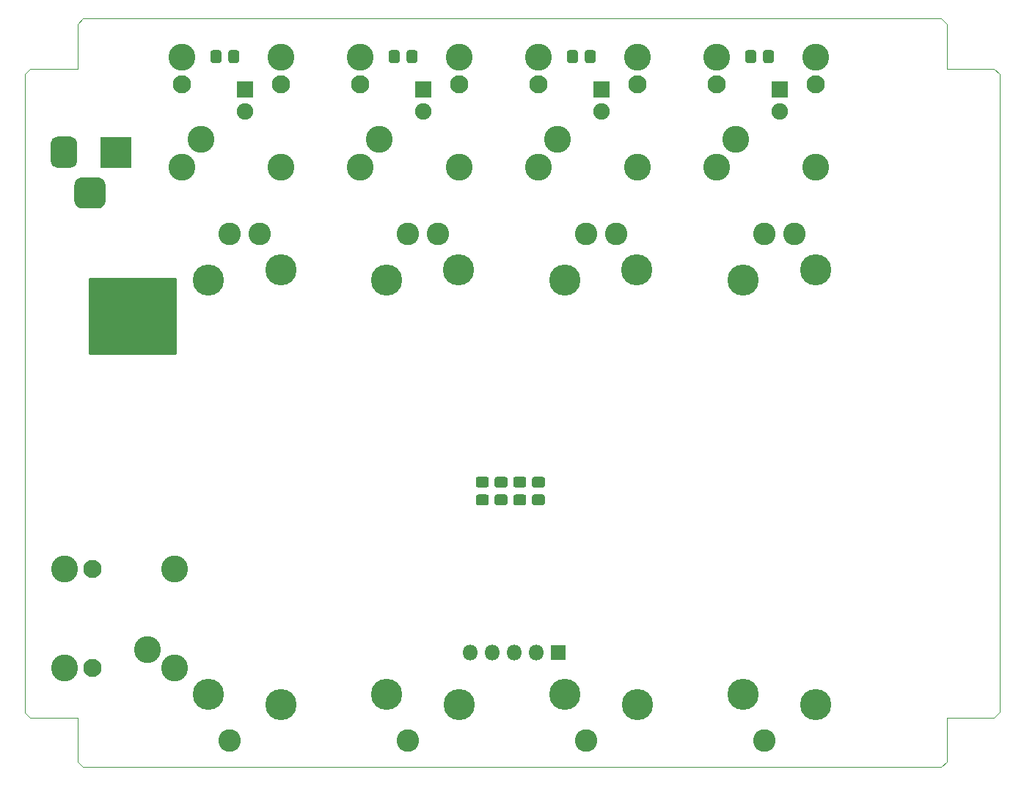
<source format=gbr>
%TF.GenerationSoftware,KiCad,Pcbnew,(5.1.6-0-10_14)*%
%TF.CreationDate,2020-09-25T11:35:30+01:00*%
%TF.ProjectId,DigitalMixerPedal,44696769-7461-46c4-9d69-786572506564,rev?*%
%TF.SameCoordinates,Original*%
%TF.FileFunction,Soldermask,Bot*%
%TF.FilePolarity,Negative*%
%FSLAX46Y46*%
G04 Gerber Fmt 4.6, Leading zero omitted, Abs format (unit mm)*
G04 Created by KiCad (PCBNEW (5.1.6-0-10_14)) date 2020-09-25 11:35:30*
%MOMM*%
%LPD*%
G01*
G04 APERTURE LIST*
%TA.AperFunction,Profile*%
%ADD10C,0.050000*%
%TD*%
%ADD11O,1.800000X1.800000*%
%ADD12R,1.800000X1.800000*%
%ADD13C,1.900000*%
%ADD14R,1.900000X1.900000*%
%ADD15C,2.600000*%
%ADD16C,3.600000*%
%ADD17C,3.100000*%
%ADD18C,2.100000*%
%ADD19R,3.600000X3.600000*%
%ADD20C,0.254000*%
G04 APERTURE END LIST*
D10*
X148590000Y-140335000D02*
X147955000Y-140970000D01*
X148590000Y-135255000D02*
X148590000Y-140335000D01*
X154051000Y-135255000D02*
X148590000Y-135255000D01*
X154686000Y-134620000D02*
X154051000Y-135255000D01*
X154686000Y-60960000D02*
X154686000Y-134620000D01*
X154051000Y-60325000D02*
X154686000Y-60960000D01*
X148590000Y-60325000D02*
X154051000Y-60325000D01*
X148590000Y-55181500D02*
X148590000Y-60325000D01*
X147955000Y-54546500D02*
X148590000Y-55181500D01*
X48895000Y-54546500D02*
X147955000Y-54546500D01*
X48260000Y-55181500D02*
X48895000Y-54546500D01*
X48260000Y-60325000D02*
X48260000Y-55181500D01*
X42799000Y-60325000D02*
X48260000Y-60325000D01*
X42164000Y-60960000D02*
X42799000Y-60325000D01*
X42164000Y-134683500D02*
X42164000Y-60960000D01*
X42799000Y-135318500D02*
X42164000Y-134683500D01*
X48260000Y-135318500D02*
X42799000Y-135318500D01*
X48260000Y-140335000D02*
X48260000Y-135318500D01*
X48895000Y-140970000D02*
X48260000Y-140335000D01*
X147955000Y-140970000D02*
X48895000Y-140970000D01*
%TO.C,R12*%
G36*
G01*
X127400000Y-59406262D02*
X127400000Y-58449738D01*
G75*
G02*
X127671738Y-58178000I271738J0D01*
G01*
X128378262Y-58178000D01*
G75*
G02*
X128650000Y-58449738I0J-271738D01*
G01*
X128650000Y-59406262D01*
G75*
G02*
X128378262Y-59678000I-271738J0D01*
G01*
X127671738Y-59678000D01*
G75*
G02*
X127400000Y-59406262I0J271738D01*
G01*
G37*
G36*
G01*
X125350000Y-59406262D02*
X125350000Y-58449738D01*
G75*
G02*
X125621738Y-58178000I271738J0D01*
G01*
X126328262Y-58178000D01*
G75*
G02*
X126600000Y-58449738I0J-271738D01*
G01*
X126600000Y-59406262D01*
G75*
G02*
X126328262Y-59678000I-271738J0D01*
G01*
X125621738Y-59678000D01*
G75*
G02*
X125350000Y-59406262I0J271738D01*
G01*
G37*
%TD*%
%TO.C,R9*%
G36*
G01*
X106826000Y-59406262D02*
X106826000Y-58449738D01*
G75*
G02*
X107097738Y-58178000I271738J0D01*
G01*
X107804262Y-58178000D01*
G75*
G02*
X108076000Y-58449738I0J-271738D01*
G01*
X108076000Y-59406262D01*
G75*
G02*
X107804262Y-59678000I-271738J0D01*
G01*
X107097738Y-59678000D01*
G75*
G02*
X106826000Y-59406262I0J271738D01*
G01*
G37*
G36*
G01*
X104776000Y-59406262D02*
X104776000Y-58449738D01*
G75*
G02*
X105047738Y-58178000I271738J0D01*
G01*
X105754262Y-58178000D01*
G75*
G02*
X106026000Y-58449738I0J-271738D01*
G01*
X106026000Y-59406262D01*
G75*
G02*
X105754262Y-59678000I-271738J0D01*
G01*
X105047738Y-59678000D01*
G75*
G02*
X104776000Y-59406262I0J271738D01*
G01*
G37*
%TD*%
%TO.C,R8*%
G36*
G01*
X86252000Y-59406262D02*
X86252000Y-58449738D01*
G75*
G02*
X86523738Y-58178000I271738J0D01*
G01*
X87230262Y-58178000D01*
G75*
G02*
X87502000Y-58449738I0J-271738D01*
G01*
X87502000Y-59406262D01*
G75*
G02*
X87230262Y-59678000I-271738J0D01*
G01*
X86523738Y-59678000D01*
G75*
G02*
X86252000Y-59406262I0J271738D01*
G01*
G37*
G36*
G01*
X84202000Y-59406262D02*
X84202000Y-58449738D01*
G75*
G02*
X84473738Y-58178000I271738J0D01*
G01*
X85180262Y-58178000D01*
G75*
G02*
X85452000Y-58449738I0J-271738D01*
G01*
X85452000Y-59406262D01*
G75*
G02*
X85180262Y-59678000I-271738J0D01*
G01*
X84473738Y-59678000D01*
G75*
G02*
X84202000Y-59406262I0J271738D01*
G01*
G37*
%TD*%
%TO.C,R7*%
G36*
G01*
X65678000Y-59406262D02*
X65678000Y-58449738D01*
G75*
G02*
X65949738Y-58178000I271738J0D01*
G01*
X66656262Y-58178000D01*
G75*
G02*
X66928000Y-58449738I0J-271738D01*
G01*
X66928000Y-59406262D01*
G75*
G02*
X66656262Y-59678000I-271738J0D01*
G01*
X65949738Y-59678000D01*
G75*
G02*
X65678000Y-59406262I0J271738D01*
G01*
G37*
G36*
G01*
X63628000Y-59406262D02*
X63628000Y-58449738D01*
G75*
G02*
X63899738Y-58178000I271738J0D01*
G01*
X64606262Y-58178000D01*
G75*
G02*
X64878000Y-58449738I0J-271738D01*
G01*
X64878000Y-59406262D01*
G75*
G02*
X64606262Y-59678000I-271738J0D01*
G01*
X63899738Y-59678000D01*
G75*
G02*
X63628000Y-59406262I0J271738D01*
G01*
G37*
%TD*%
D11*
%TO.C,J7*%
X93599000Y-127762000D03*
X96139000Y-127762000D03*
X98679000Y-127762000D03*
X101219000Y-127762000D03*
D12*
X103759000Y-127762000D03*
%TD*%
D13*
%TO.C,D5*%
X129286000Y-65278000D03*
D14*
X129286000Y-62738000D03*
%TD*%
D13*
%TO.C,D4*%
X108712000Y-65278000D03*
D14*
X108712000Y-62738000D03*
%TD*%
D13*
%TO.C,D3*%
X88138000Y-65278000D03*
D14*
X88138000Y-62738000D03*
%TD*%
D13*
%TO.C,D2*%
X67564000Y-65278000D03*
D14*
X67564000Y-62738000D03*
%TD*%
%TO.C,C30*%
G36*
G01*
X99792262Y-108693000D02*
X98835738Y-108693000D01*
G75*
G02*
X98564000Y-108421262I0J271738D01*
G01*
X98564000Y-107714738D01*
G75*
G02*
X98835738Y-107443000I271738J0D01*
G01*
X99792262Y-107443000D01*
G75*
G02*
X100064000Y-107714738I0J-271738D01*
G01*
X100064000Y-108421262D01*
G75*
G02*
X99792262Y-108693000I-271738J0D01*
G01*
G37*
G36*
G01*
X99792262Y-110743000D02*
X98835738Y-110743000D01*
G75*
G02*
X98564000Y-110471262I0J271738D01*
G01*
X98564000Y-109764738D01*
G75*
G02*
X98835738Y-109493000I271738J0D01*
G01*
X99792262Y-109493000D01*
G75*
G02*
X100064000Y-109764738I0J-271738D01*
G01*
X100064000Y-110471262D01*
G75*
G02*
X99792262Y-110743000I-271738J0D01*
G01*
G37*
%TD*%
%TO.C,C27*%
G36*
G01*
X97633262Y-108693000D02*
X96676738Y-108693000D01*
G75*
G02*
X96405000Y-108421262I0J271738D01*
G01*
X96405000Y-107714738D01*
G75*
G02*
X96676738Y-107443000I271738J0D01*
G01*
X97633262Y-107443000D01*
G75*
G02*
X97905000Y-107714738I0J-271738D01*
G01*
X97905000Y-108421262D01*
G75*
G02*
X97633262Y-108693000I-271738J0D01*
G01*
G37*
G36*
G01*
X97633262Y-110743000D02*
X96676738Y-110743000D01*
G75*
G02*
X96405000Y-110471262I0J271738D01*
G01*
X96405000Y-109764738D01*
G75*
G02*
X96676738Y-109493000I271738J0D01*
G01*
X97633262Y-109493000D01*
G75*
G02*
X97905000Y-109764738I0J-271738D01*
G01*
X97905000Y-110471262D01*
G75*
G02*
X97633262Y-110743000I-271738J0D01*
G01*
G37*
%TD*%
%TO.C,C26*%
G36*
G01*
X95474262Y-108693000D02*
X94517738Y-108693000D01*
G75*
G02*
X94246000Y-108421262I0J271738D01*
G01*
X94246000Y-107714738D01*
G75*
G02*
X94517738Y-107443000I271738J0D01*
G01*
X95474262Y-107443000D01*
G75*
G02*
X95746000Y-107714738I0J-271738D01*
G01*
X95746000Y-108421262D01*
G75*
G02*
X95474262Y-108693000I-271738J0D01*
G01*
G37*
G36*
G01*
X95474262Y-110743000D02*
X94517738Y-110743000D01*
G75*
G02*
X94246000Y-110471262I0J271738D01*
G01*
X94246000Y-109764738D01*
G75*
G02*
X94517738Y-109493000I271738J0D01*
G01*
X95474262Y-109493000D01*
G75*
G02*
X95746000Y-109764738I0J-271738D01*
G01*
X95746000Y-110471262D01*
G75*
G02*
X95474262Y-110743000I-271738J0D01*
G01*
G37*
%TD*%
%TO.C,C25*%
G36*
G01*
X101951262Y-108693000D02*
X100994738Y-108693000D01*
G75*
G02*
X100723000Y-108421262I0J271738D01*
G01*
X100723000Y-107714738D01*
G75*
G02*
X100994738Y-107443000I271738J0D01*
G01*
X101951262Y-107443000D01*
G75*
G02*
X102223000Y-107714738I0J-271738D01*
G01*
X102223000Y-108421262D01*
G75*
G02*
X101951262Y-108693000I-271738J0D01*
G01*
G37*
G36*
G01*
X101951262Y-110743000D02*
X100994738Y-110743000D01*
G75*
G02*
X100723000Y-110471262I0J271738D01*
G01*
X100723000Y-109764738D01*
G75*
G02*
X100994738Y-109493000I271738J0D01*
G01*
X101951262Y-109493000D01*
G75*
G02*
X102223000Y-109764738I0J-271738D01*
G01*
X102223000Y-110471262D01*
G75*
G02*
X101951262Y-110743000I-271738J0D01*
G01*
G37*
%TD*%
D15*
%TO.C,RV3*%
X86360000Y-79425800D03*
X89865200Y-79425800D03*
X86360000Y-137922000D03*
D16*
X83921600Y-84759800D03*
X92278200Y-83566000D03*
X83921600Y-132562600D03*
X92303600Y-133781800D03*
%TD*%
D15*
%TO.C,RV4*%
X65811400Y-79425800D03*
X69316600Y-79425800D03*
X65811400Y-137922000D03*
D16*
X63373000Y-84759800D03*
X71729600Y-83566000D03*
X63373000Y-132562600D03*
X71755000Y-133781800D03*
%TD*%
D15*
%TO.C,RV2*%
X106934000Y-79425800D03*
X110439200Y-79425800D03*
X106934000Y-137922000D03*
D16*
X104495600Y-84759800D03*
X112852200Y-83566000D03*
X104495600Y-132562600D03*
X112877600Y-133781800D03*
%TD*%
D15*
%TO.C,RV1*%
X127533400Y-79425800D03*
X131038600Y-79425800D03*
X127533400Y-137922000D03*
D16*
X125095000Y-84759800D03*
X133451600Y-83566000D03*
X125095000Y-132562600D03*
X133477000Y-133781800D03*
%TD*%
D17*
%TO.C,J4*%
X60325000Y-71691500D03*
X71755000Y-71691500D03*
X71755000Y-58991500D03*
X60325000Y-58991500D03*
X62484000Y-68516500D03*
D18*
X60325000Y-62166500D03*
X71755000Y-62166500D03*
%TD*%
D17*
%TO.C,J3*%
X80899000Y-71691500D03*
X92329000Y-71691500D03*
X92329000Y-58991500D03*
X80899000Y-58991500D03*
X83058000Y-68516500D03*
D18*
X80899000Y-62166500D03*
X92329000Y-62166500D03*
%TD*%
D17*
%TO.C,J2*%
X101473000Y-71691500D03*
X112903000Y-71691500D03*
X112903000Y-58991500D03*
X101473000Y-58991500D03*
X103632000Y-68516500D03*
D18*
X101473000Y-62166500D03*
X112903000Y-62166500D03*
%TD*%
D17*
%TO.C,J1*%
X122047000Y-71691500D03*
X133477000Y-71691500D03*
X133477000Y-58991500D03*
X122047000Y-58991500D03*
X124206000Y-68516500D03*
D18*
X122047000Y-62166500D03*
X133477000Y-62166500D03*
%TD*%
D17*
%TO.C,J6*%
X59499500Y-129540000D03*
X59499500Y-118110000D03*
X46799500Y-118110000D03*
X46799500Y-129540000D03*
X56324500Y-127381000D03*
D18*
X49974500Y-129540000D03*
X49974500Y-118110000D03*
%TD*%
%TO.C,J5*%
G36*
G01*
X47905000Y-75577000D02*
X47905000Y-73777000D01*
G75*
G02*
X48805000Y-72877000I900000J0D01*
G01*
X50605000Y-72877000D01*
G75*
G02*
X51505000Y-73777000I0J-900000D01*
G01*
X51505000Y-75577000D01*
G75*
G02*
X50605000Y-76477000I-900000J0D01*
G01*
X48805000Y-76477000D01*
G75*
G02*
X47905000Y-75577000I0J900000D01*
G01*
G37*
G36*
G01*
X45155000Y-71002000D02*
X45155000Y-68952000D01*
G75*
G02*
X45930000Y-68177000I775000J0D01*
G01*
X47480000Y-68177000D01*
G75*
G02*
X48255000Y-68952000I0J-775000D01*
G01*
X48255000Y-71002000D01*
G75*
G02*
X47480000Y-71777000I-775000J0D01*
G01*
X45930000Y-71777000D01*
G75*
G02*
X45155000Y-71002000I0J775000D01*
G01*
G37*
D19*
X52705000Y-69977000D03*
%TD*%
D20*
G36*
X59563000Y-93218000D02*
G01*
X49657000Y-93218000D01*
X49657000Y-84582000D01*
X59563000Y-84582000D01*
X59563000Y-93218000D01*
G37*
X59563000Y-93218000D02*
X49657000Y-93218000D01*
X49657000Y-84582000D01*
X59563000Y-84582000D01*
X59563000Y-93218000D01*
M02*

</source>
